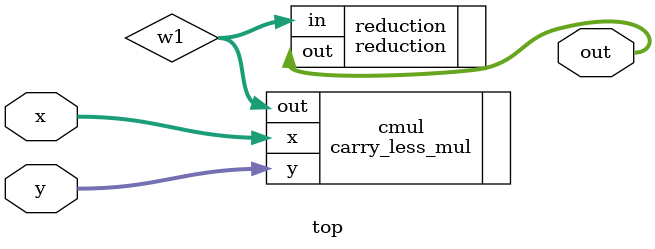
<source format=v>
module top#(parameter WIDTH = 128)
            (input [WIDTH-1:0] x,
             input [WIDTH-1:0] y,
             output [WIDTH-1:0] out);

         wire[255:0] w1;

carry_less_mul cmul(.x(x),
                    .y(y),
                    .out(w1));
                
reduction     reduction (.in(w1),
                        .out(out));
              
 endmodule

                        

</source>
